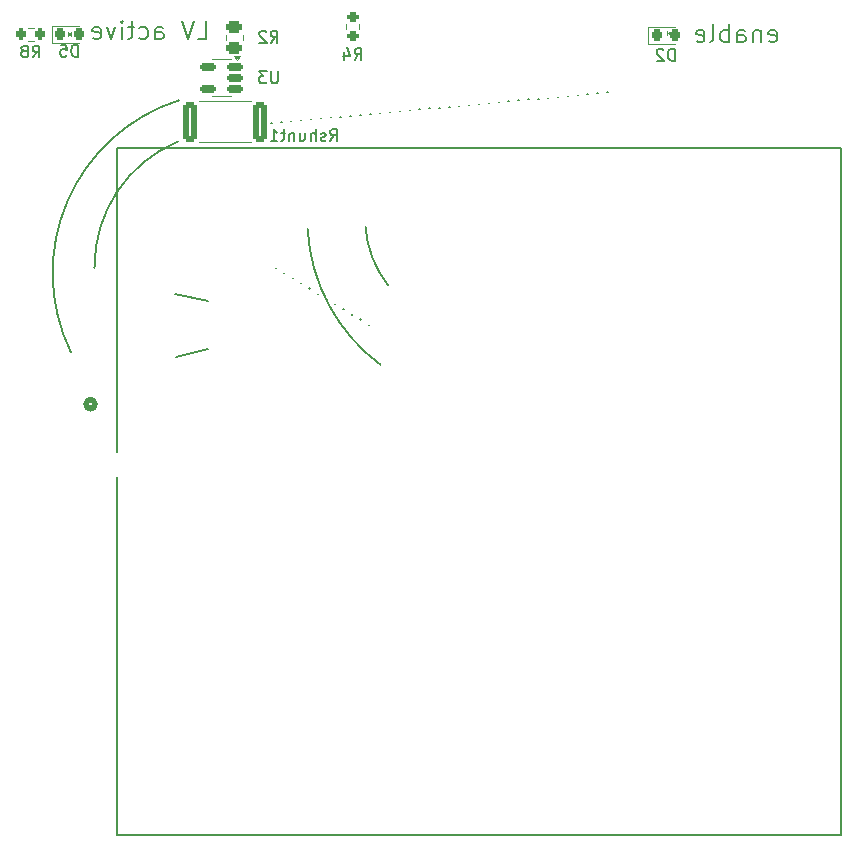
<source format=gbr>
%TF.GenerationSoftware,KiCad,Pcbnew,9.0.0*%
%TF.CreationDate,2025-05-02T12:02:38+02:00*%
%TF.ProjectId,TDK_DCDC_pcb,54444b5f-4443-4444-935f-7063622e6b69,rev?*%
%TF.SameCoordinates,Original*%
%TF.FileFunction,Legend,Bot*%
%TF.FilePolarity,Positive*%
%FSLAX46Y46*%
G04 Gerber Fmt 4.6, Leading zero omitted, Abs format (unit mm)*
G04 Created by KiCad (PCBNEW 9.0.0) date 2025-05-02 12:02:38*
%MOMM*%
%LPD*%
G01*
G04 APERTURE LIST*
G04 Aperture macros list*
%AMRoundRect*
0 Rectangle with rounded corners*
0 $1 Rounding radius*
0 $2 $3 $4 $5 $6 $7 $8 $9 X,Y pos of 4 corners*
0 Add a 4 corners polygon primitive as box body*
4,1,4,$2,$3,$4,$5,$6,$7,$8,$9,$2,$3,0*
0 Add four circle primitives for the rounded corners*
1,1,$1+$1,$2,$3*
1,1,$1+$1,$4,$5*
1,1,$1+$1,$6,$7*
1,1,$1+$1,$8,$9*
0 Add four rect primitives between the rounded corners*
20,1,$1+$1,$2,$3,$4,$5,0*
20,1,$1+$1,$4,$5,$6,$7,0*
20,1,$1+$1,$6,$7,$8,$9,0*
20,1,$1+$1,$8,$9,$2,$3,0*%
%AMRotRect*
0 Rectangle, with rotation*
0 The origin of the aperture is its center*
0 $1 length*
0 $2 width*
0 $3 Rotation angle, in degrees counterclockwise*
0 Add horizontal line*
21,1,$1,$2,0,0,$3*%
G04 Aperture macros list end*
%ADD10C,0.200000*%
%ADD11C,0.100000*%
%ADD12C,0.187500*%
%ADD13C,0.150000*%
%ADD14C,0.508000*%
%ADD15C,0.120000*%
%ADD16C,0.152400*%
%ADD17C,1.500000*%
%ADD18R,2.400000X2.400000*%
%ADD19C,2.400000*%
%ADD20RotRect,2.000000X2.000000X225.000000*%
%ADD21C,2.000000*%
%ADD22RotRect,2.535000X2.535000X315.000000*%
%ADD23C,2.535000*%
%ADD24R,2.000000X2.000000*%
%ADD25C,2.540000*%
%ADD26C,3.048000*%
%ADD27C,2.362200*%
%ADD28RoundRect,0.200000X0.200000X0.275000X-0.200000X0.275000X-0.200000X-0.275000X0.200000X-0.275000X0*%
%ADD29RoundRect,0.218750X-0.218750X-0.256250X0.218750X-0.256250X0.218750X0.256250X-0.218750X0.256250X0*%
%ADD30RoundRect,0.250000X0.450000X-0.262500X0.450000X0.262500X-0.450000X0.262500X-0.450000X-0.262500X0*%
%ADD31RoundRect,0.200000X-0.275000X0.200000X-0.275000X-0.200000X0.275000X-0.200000X0.275000X0.200000X0*%
%ADD32C,7.400000*%
%ADD33R,1.752600X1.752600*%
%ADD34R,2.768600X2.768600*%
%ADD35RoundRect,0.150000X0.512500X0.150000X-0.512500X0.150000X-0.512500X-0.150000X0.512500X-0.150000X0*%
%ADD36RoundRect,0.250000X0.362500X1.425000X-0.362500X1.425000X-0.362500X-1.425000X0.362500X-1.425000X0*%
G04 APERTURE END LIST*
D10*
X111650000Y-83241658D02*
G75*
G02*
X118700006Y-72584192I11471800J71858D01*
G01*
D11*
X160090000Y-63380000D02*
X160090000Y-63180000D01*
X109370000Y-63290000D02*
X109370000Y-63670000D01*
D10*
X135900000Y-91500000D02*
G75*
G02*
X129694475Y-80000001I9115300J12343000D01*
G01*
D11*
X160330000Y-63280000D02*
X160320000Y-63460000D01*
X109450000Y-63490000D02*
X109670000Y-63300000D01*
X109370000Y-63490000D02*
X109370000Y-63290000D01*
D10*
X121270000Y-86110000D02*
X118470000Y-85510000D01*
D11*
X109670000Y-63490000D02*
X109450000Y-63490000D01*
X160170000Y-63380000D02*
X160390000Y-63570000D01*
D10*
X155100000Y-68400000D02*
X155060165Y-68403628D01*
X154263462Y-68476182D02*
X154223627Y-68479810D01*
X153426923Y-68552364D02*
X153387088Y-68555992D01*
X152590385Y-68628546D02*
X152550550Y-68632174D01*
X151753847Y-68704728D02*
X151714012Y-68708356D01*
X150917309Y-68780911D02*
X150877473Y-68784538D01*
X150080770Y-68857093D02*
X150040935Y-68860720D01*
X149244232Y-68933275D02*
X149204397Y-68936903D01*
X148407694Y-69009457D02*
X148367859Y-69013085D01*
X147571156Y-69085639D02*
X147531320Y-69089267D01*
X146734617Y-69161821D02*
X146694782Y-69165449D01*
X145898079Y-69238003D02*
X145858244Y-69241631D01*
X145061541Y-69314185D02*
X145021706Y-69317813D01*
X144225002Y-69390368D02*
X144185167Y-69393995D01*
X143388464Y-69466550D02*
X143348629Y-69470177D01*
X142551926Y-69542732D02*
X142512091Y-69546360D01*
X141715388Y-69618914D02*
X141675552Y-69622542D01*
X140878849Y-69695096D02*
X140839014Y-69698724D01*
X140042311Y-69771278D02*
X140002476Y-69774906D01*
X139205773Y-69847460D02*
X139165938Y-69851088D01*
X138369235Y-69923642D02*
X138329399Y-69927270D01*
X137532696Y-69999825D02*
X137492861Y-70003452D01*
X136696158Y-70076007D02*
X136656323Y-70079634D01*
X135859620Y-70152189D02*
X135819785Y-70155816D01*
X135023081Y-70228371D02*
X134983246Y-70231999D01*
X134186543Y-70304553D02*
X134146708Y-70308181D01*
X133350005Y-70380735D02*
X133310170Y-70384363D01*
X132513467Y-70456917D02*
X132473631Y-70460545D01*
X131676928Y-70533099D02*
X131637093Y-70536727D01*
X130840390Y-70609281D02*
X130800555Y-70612909D01*
X130003852Y-70685464D02*
X129964017Y-70689091D01*
X129167313Y-70761646D02*
X129127478Y-70765273D01*
X128330775Y-70837828D02*
X128290940Y-70841456D01*
X127494237Y-70914010D02*
X127454402Y-70917638D01*
X126657699Y-70990192D02*
X126617864Y-70993820D01*
X121260000Y-90115000D02*
X118580000Y-90790000D01*
X136500000Y-84730314D02*
G75*
G02*
X134599976Y-79806997I6991600J5526514D01*
G01*
D11*
X160170000Y-63380000D02*
X160390000Y-63190000D01*
X109610000Y-63390000D02*
X109600000Y-63570000D01*
X109450000Y-63490000D02*
X109670000Y-63680000D01*
X160090000Y-63180000D02*
X160090000Y-63560000D01*
X160390000Y-63380000D02*
X160170000Y-63380000D01*
D10*
X134900000Y-88100000D02*
X134865890Y-88079107D01*
X134183691Y-87661250D02*
X134149581Y-87640357D01*
X133467382Y-87222500D02*
X133433272Y-87201607D01*
X132751073Y-86783750D02*
X132716963Y-86762857D01*
X132034764Y-86345000D02*
X132000654Y-86324107D01*
X131318455Y-85906250D02*
X131284346Y-85885357D01*
X130602147Y-85467500D02*
X130568037Y-85446607D01*
X129885838Y-85028750D02*
X129851728Y-85007857D01*
X129169529Y-84590000D02*
X129135419Y-84569107D01*
X128453220Y-84151250D02*
X128419110Y-84130357D01*
X127736911Y-83712500D02*
X127702801Y-83691607D01*
X127020602Y-83273750D02*
X126986492Y-83252857D01*
D11*
X160390000Y-63570000D02*
X160390000Y-63190000D01*
D10*
X109650000Y-90410000D02*
G75*
G02*
X118799999Y-69084173I13796460J6706380D01*
G01*
D11*
X109670000Y-63680000D02*
X109670000Y-63300000D01*
D12*
X120385216Y-63896678D02*
X121099502Y-63896678D01*
X121099502Y-63896678D02*
X121099502Y-62396678D01*
X120099501Y-62396678D02*
X119599501Y-63896678D01*
X119599501Y-63896678D02*
X119099501Y-62396678D01*
X116813788Y-63896678D02*
X116813788Y-63110964D01*
X116813788Y-63110964D02*
X116885216Y-62968107D01*
X116885216Y-62968107D02*
X117028073Y-62896678D01*
X117028073Y-62896678D02*
X117313788Y-62896678D01*
X117313788Y-62896678D02*
X117456645Y-62968107D01*
X116813788Y-63825250D02*
X116956645Y-63896678D01*
X116956645Y-63896678D02*
X117313788Y-63896678D01*
X117313788Y-63896678D02*
X117456645Y-63825250D01*
X117456645Y-63825250D02*
X117528073Y-63682392D01*
X117528073Y-63682392D02*
X117528073Y-63539535D01*
X117528073Y-63539535D02*
X117456645Y-63396678D01*
X117456645Y-63396678D02*
X117313788Y-63325250D01*
X117313788Y-63325250D02*
X116956645Y-63325250D01*
X116956645Y-63325250D02*
X116813788Y-63253821D01*
X115456645Y-63825250D02*
X115599502Y-63896678D01*
X115599502Y-63896678D02*
X115885216Y-63896678D01*
X115885216Y-63896678D02*
X116028073Y-63825250D01*
X116028073Y-63825250D02*
X116099502Y-63753821D01*
X116099502Y-63753821D02*
X116170930Y-63610964D01*
X116170930Y-63610964D02*
X116170930Y-63182392D01*
X116170930Y-63182392D02*
X116099502Y-63039535D01*
X116099502Y-63039535D02*
X116028073Y-62968107D01*
X116028073Y-62968107D02*
X115885216Y-62896678D01*
X115885216Y-62896678D02*
X115599502Y-62896678D01*
X115599502Y-62896678D02*
X115456645Y-62968107D01*
X115028073Y-62896678D02*
X114456645Y-62896678D01*
X114813788Y-62396678D02*
X114813788Y-63682392D01*
X114813788Y-63682392D02*
X114742359Y-63825250D01*
X114742359Y-63825250D02*
X114599502Y-63896678D01*
X114599502Y-63896678D02*
X114456645Y-63896678D01*
X113956645Y-63896678D02*
X113956645Y-62896678D01*
X113956645Y-62396678D02*
X114028073Y-62468107D01*
X114028073Y-62468107D02*
X113956645Y-62539535D01*
X113956645Y-62539535D02*
X113885216Y-62468107D01*
X113885216Y-62468107D02*
X113956645Y-62396678D01*
X113956645Y-62396678D02*
X113956645Y-62539535D01*
X113385216Y-62896678D02*
X113028073Y-63896678D01*
X113028073Y-63896678D02*
X112670930Y-62896678D01*
X111528073Y-63825250D02*
X111670930Y-63896678D01*
X111670930Y-63896678D02*
X111956645Y-63896678D01*
X111956645Y-63896678D02*
X112099502Y-63825250D01*
X112099502Y-63825250D02*
X112170930Y-63682392D01*
X112170930Y-63682392D02*
X112170930Y-63110964D01*
X112170930Y-63110964D02*
X112099502Y-62968107D01*
X112099502Y-62968107D02*
X111956645Y-62896678D01*
X111956645Y-62896678D02*
X111670930Y-62896678D01*
X111670930Y-62896678D02*
X111528073Y-62968107D01*
X111528073Y-62968107D02*
X111456645Y-63110964D01*
X111456645Y-63110964D02*
X111456645Y-63253821D01*
X111456645Y-63253821D02*
X112170930Y-63396678D01*
X168788073Y-64079250D02*
X168930930Y-64150678D01*
X168930930Y-64150678D02*
X169216645Y-64150678D01*
X169216645Y-64150678D02*
X169359502Y-64079250D01*
X169359502Y-64079250D02*
X169430930Y-63936392D01*
X169430930Y-63936392D02*
X169430930Y-63364964D01*
X169430930Y-63364964D02*
X169359502Y-63222107D01*
X169359502Y-63222107D02*
X169216645Y-63150678D01*
X169216645Y-63150678D02*
X168930930Y-63150678D01*
X168930930Y-63150678D02*
X168788073Y-63222107D01*
X168788073Y-63222107D02*
X168716645Y-63364964D01*
X168716645Y-63364964D02*
X168716645Y-63507821D01*
X168716645Y-63507821D02*
X169430930Y-63650678D01*
X168073788Y-63150678D02*
X168073788Y-64150678D01*
X168073788Y-63293535D02*
X168002359Y-63222107D01*
X168002359Y-63222107D02*
X167859502Y-63150678D01*
X167859502Y-63150678D02*
X167645216Y-63150678D01*
X167645216Y-63150678D02*
X167502359Y-63222107D01*
X167502359Y-63222107D02*
X167430931Y-63364964D01*
X167430931Y-63364964D02*
X167430931Y-64150678D01*
X166073788Y-64150678D02*
X166073788Y-63364964D01*
X166073788Y-63364964D02*
X166145216Y-63222107D01*
X166145216Y-63222107D02*
X166288073Y-63150678D01*
X166288073Y-63150678D02*
X166573788Y-63150678D01*
X166573788Y-63150678D02*
X166716645Y-63222107D01*
X166073788Y-64079250D02*
X166216645Y-64150678D01*
X166216645Y-64150678D02*
X166573788Y-64150678D01*
X166573788Y-64150678D02*
X166716645Y-64079250D01*
X166716645Y-64079250D02*
X166788073Y-63936392D01*
X166788073Y-63936392D02*
X166788073Y-63793535D01*
X166788073Y-63793535D02*
X166716645Y-63650678D01*
X166716645Y-63650678D02*
X166573788Y-63579250D01*
X166573788Y-63579250D02*
X166216645Y-63579250D01*
X166216645Y-63579250D02*
X166073788Y-63507821D01*
X165359502Y-64150678D02*
X165359502Y-62650678D01*
X165359502Y-63222107D02*
X165216645Y-63150678D01*
X165216645Y-63150678D02*
X164930930Y-63150678D01*
X164930930Y-63150678D02*
X164788073Y-63222107D01*
X164788073Y-63222107D02*
X164716645Y-63293535D01*
X164716645Y-63293535D02*
X164645216Y-63436392D01*
X164645216Y-63436392D02*
X164645216Y-63864964D01*
X164645216Y-63864964D02*
X164716645Y-64007821D01*
X164716645Y-64007821D02*
X164788073Y-64079250D01*
X164788073Y-64079250D02*
X164930930Y-64150678D01*
X164930930Y-64150678D02*
X165216645Y-64150678D01*
X165216645Y-64150678D02*
X165359502Y-64079250D01*
X163788073Y-64150678D02*
X163930930Y-64079250D01*
X163930930Y-64079250D02*
X164002359Y-63936392D01*
X164002359Y-63936392D02*
X164002359Y-62650678D01*
X162645216Y-64079250D02*
X162788073Y-64150678D01*
X162788073Y-64150678D02*
X163073788Y-64150678D01*
X163073788Y-64150678D02*
X163216645Y-64079250D01*
X163216645Y-64079250D02*
X163288073Y-63936392D01*
X163288073Y-63936392D02*
X163288073Y-63364964D01*
X163288073Y-63364964D02*
X163216645Y-63222107D01*
X163216645Y-63222107D02*
X163073788Y-63150678D01*
X163073788Y-63150678D02*
X162788073Y-63150678D01*
X162788073Y-63150678D02*
X162645216Y-63222107D01*
X162645216Y-63222107D02*
X162573788Y-63364964D01*
X162573788Y-63364964D02*
X162573788Y-63507821D01*
X162573788Y-63507821D02*
X163288073Y-63650678D01*
D13*
X106416666Y-65454819D02*
X106749999Y-64978628D01*
X106988094Y-65454819D02*
X106988094Y-64454819D01*
X106988094Y-64454819D02*
X106607142Y-64454819D01*
X106607142Y-64454819D02*
X106511904Y-64502438D01*
X106511904Y-64502438D02*
X106464285Y-64550057D01*
X106464285Y-64550057D02*
X106416666Y-64645295D01*
X106416666Y-64645295D02*
X106416666Y-64788152D01*
X106416666Y-64788152D02*
X106464285Y-64883390D01*
X106464285Y-64883390D02*
X106511904Y-64931009D01*
X106511904Y-64931009D02*
X106607142Y-64978628D01*
X106607142Y-64978628D02*
X106988094Y-64978628D01*
X105845237Y-64883390D02*
X105940475Y-64835771D01*
X105940475Y-64835771D02*
X105988094Y-64788152D01*
X105988094Y-64788152D02*
X106035713Y-64692914D01*
X106035713Y-64692914D02*
X106035713Y-64645295D01*
X106035713Y-64645295D02*
X105988094Y-64550057D01*
X105988094Y-64550057D02*
X105940475Y-64502438D01*
X105940475Y-64502438D02*
X105845237Y-64454819D01*
X105845237Y-64454819D02*
X105654761Y-64454819D01*
X105654761Y-64454819D02*
X105559523Y-64502438D01*
X105559523Y-64502438D02*
X105511904Y-64550057D01*
X105511904Y-64550057D02*
X105464285Y-64645295D01*
X105464285Y-64645295D02*
X105464285Y-64692914D01*
X105464285Y-64692914D02*
X105511904Y-64788152D01*
X105511904Y-64788152D02*
X105559523Y-64835771D01*
X105559523Y-64835771D02*
X105654761Y-64883390D01*
X105654761Y-64883390D02*
X105845237Y-64883390D01*
X105845237Y-64883390D02*
X105940475Y-64931009D01*
X105940475Y-64931009D02*
X105988094Y-64978628D01*
X105988094Y-64978628D02*
X106035713Y-65073866D01*
X106035713Y-65073866D02*
X106035713Y-65264342D01*
X106035713Y-65264342D02*
X105988094Y-65359580D01*
X105988094Y-65359580D02*
X105940475Y-65407200D01*
X105940475Y-65407200D02*
X105845237Y-65454819D01*
X105845237Y-65454819D02*
X105654761Y-65454819D01*
X105654761Y-65454819D02*
X105559523Y-65407200D01*
X105559523Y-65407200D02*
X105511904Y-65359580D01*
X105511904Y-65359580D02*
X105464285Y-65264342D01*
X105464285Y-65264342D02*
X105464285Y-65073866D01*
X105464285Y-65073866D02*
X105511904Y-64978628D01*
X105511904Y-64978628D02*
X105559523Y-64931009D01*
X105559523Y-64931009D02*
X105654761Y-64883390D01*
X160768094Y-65714819D02*
X160768094Y-64714819D01*
X160768094Y-64714819D02*
X160529999Y-64714819D01*
X160529999Y-64714819D02*
X160387142Y-64762438D01*
X160387142Y-64762438D02*
X160291904Y-64857676D01*
X160291904Y-64857676D02*
X160244285Y-64952914D01*
X160244285Y-64952914D02*
X160196666Y-65143390D01*
X160196666Y-65143390D02*
X160196666Y-65286247D01*
X160196666Y-65286247D02*
X160244285Y-65476723D01*
X160244285Y-65476723D02*
X160291904Y-65571961D01*
X160291904Y-65571961D02*
X160387142Y-65667200D01*
X160387142Y-65667200D02*
X160529999Y-65714819D01*
X160529999Y-65714819D02*
X160768094Y-65714819D01*
X159815713Y-64810057D02*
X159768094Y-64762438D01*
X159768094Y-64762438D02*
X159672856Y-64714819D01*
X159672856Y-64714819D02*
X159434761Y-64714819D01*
X159434761Y-64714819D02*
X159339523Y-64762438D01*
X159339523Y-64762438D02*
X159291904Y-64810057D01*
X159291904Y-64810057D02*
X159244285Y-64905295D01*
X159244285Y-64905295D02*
X159244285Y-65000533D01*
X159244285Y-65000533D02*
X159291904Y-65143390D01*
X159291904Y-65143390D02*
X159863332Y-65714819D01*
X159863332Y-65714819D02*
X159244285Y-65714819D01*
X126572666Y-64204819D02*
X126905999Y-63728628D01*
X127144094Y-64204819D02*
X127144094Y-63204819D01*
X127144094Y-63204819D02*
X126763142Y-63204819D01*
X126763142Y-63204819D02*
X126667904Y-63252438D01*
X126667904Y-63252438D02*
X126620285Y-63300057D01*
X126620285Y-63300057D02*
X126572666Y-63395295D01*
X126572666Y-63395295D02*
X126572666Y-63538152D01*
X126572666Y-63538152D02*
X126620285Y-63633390D01*
X126620285Y-63633390D02*
X126667904Y-63681009D01*
X126667904Y-63681009D02*
X126763142Y-63728628D01*
X126763142Y-63728628D02*
X127144094Y-63728628D01*
X126191713Y-63300057D02*
X126144094Y-63252438D01*
X126144094Y-63252438D02*
X126048856Y-63204819D01*
X126048856Y-63204819D02*
X125810761Y-63204819D01*
X125810761Y-63204819D02*
X125715523Y-63252438D01*
X125715523Y-63252438D02*
X125667904Y-63300057D01*
X125667904Y-63300057D02*
X125620285Y-63395295D01*
X125620285Y-63395295D02*
X125620285Y-63490533D01*
X125620285Y-63490533D02*
X125667904Y-63633390D01*
X125667904Y-63633390D02*
X126239332Y-64204819D01*
X126239332Y-64204819D02*
X125620285Y-64204819D01*
X133666666Y-65654819D02*
X133999999Y-65178628D01*
X134238094Y-65654819D02*
X134238094Y-64654819D01*
X134238094Y-64654819D02*
X133857142Y-64654819D01*
X133857142Y-64654819D02*
X133761904Y-64702438D01*
X133761904Y-64702438D02*
X133714285Y-64750057D01*
X133714285Y-64750057D02*
X133666666Y-64845295D01*
X133666666Y-64845295D02*
X133666666Y-64988152D01*
X133666666Y-64988152D02*
X133714285Y-65083390D01*
X133714285Y-65083390D02*
X133761904Y-65131009D01*
X133761904Y-65131009D02*
X133857142Y-65178628D01*
X133857142Y-65178628D02*
X134238094Y-65178628D01*
X132809523Y-64988152D02*
X132809523Y-65654819D01*
X133047618Y-64607200D02*
X133285713Y-65321485D01*
X133285713Y-65321485D02*
X132666666Y-65321485D01*
X127167904Y-66634819D02*
X127167904Y-67444342D01*
X127167904Y-67444342D02*
X127120285Y-67539580D01*
X127120285Y-67539580D02*
X127072666Y-67587200D01*
X127072666Y-67587200D02*
X126977428Y-67634819D01*
X126977428Y-67634819D02*
X126786952Y-67634819D01*
X126786952Y-67634819D02*
X126691714Y-67587200D01*
X126691714Y-67587200D02*
X126644095Y-67539580D01*
X126644095Y-67539580D02*
X126596476Y-67444342D01*
X126596476Y-67444342D02*
X126596476Y-66634819D01*
X126215523Y-66634819D02*
X125596476Y-66634819D01*
X125596476Y-66634819D02*
X125929809Y-67015771D01*
X125929809Y-67015771D02*
X125786952Y-67015771D01*
X125786952Y-67015771D02*
X125691714Y-67063390D01*
X125691714Y-67063390D02*
X125644095Y-67111009D01*
X125644095Y-67111009D02*
X125596476Y-67206247D01*
X125596476Y-67206247D02*
X125596476Y-67444342D01*
X125596476Y-67444342D02*
X125644095Y-67539580D01*
X125644095Y-67539580D02*
X125691714Y-67587200D01*
X125691714Y-67587200D02*
X125786952Y-67634819D01*
X125786952Y-67634819D02*
X126072666Y-67634819D01*
X126072666Y-67634819D02*
X126167904Y-67587200D01*
X126167904Y-67587200D02*
X126215523Y-67539580D01*
X131614286Y-72524819D02*
X131947619Y-72048628D01*
X132185714Y-72524819D02*
X132185714Y-71524819D01*
X132185714Y-71524819D02*
X131804762Y-71524819D01*
X131804762Y-71524819D02*
X131709524Y-71572438D01*
X131709524Y-71572438D02*
X131661905Y-71620057D01*
X131661905Y-71620057D02*
X131614286Y-71715295D01*
X131614286Y-71715295D02*
X131614286Y-71858152D01*
X131614286Y-71858152D02*
X131661905Y-71953390D01*
X131661905Y-71953390D02*
X131709524Y-72001009D01*
X131709524Y-72001009D02*
X131804762Y-72048628D01*
X131804762Y-72048628D02*
X132185714Y-72048628D01*
X131233333Y-72477200D02*
X131138095Y-72524819D01*
X131138095Y-72524819D02*
X130947619Y-72524819D01*
X130947619Y-72524819D02*
X130852381Y-72477200D01*
X130852381Y-72477200D02*
X130804762Y-72381961D01*
X130804762Y-72381961D02*
X130804762Y-72334342D01*
X130804762Y-72334342D02*
X130852381Y-72239104D01*
X130852381Y-72239104D02*
X130947619Y-72191485D01*
X130947619Y-72191485D02*
X131090476Y-72191485D01*
X131090476Y-72191485D02*
X131185714Y-72143866D01*
X131185714Y-72143866D02*
X131233333Y-72048628D01*
X131233333Y-72048628D02*
X131233333Y-72001009D01*
X131233333Y-72001009D02*
X131185714Y-71905771D01*
X131185714Y-71905771D02*
X131090476Y-71858152D01*
X131090476Y-71858152D02*
X130947619Y-71858152D01*
X130947619Y-71858152D02*
X130852381Y-71905771D01*
X130376190Y-72524819D02*
X130376190Y-71524819D01*
X129947619Y-72524819D02*
X129947619Y-72001009D01*
X129947619Y-72001009D02*
X129995238Y-71905771D01*
X129995238Y-71905771D02*
X130090476Y-71858152D01*
X130090476Y-71858152D02*
X130233333Y-71858152D01*
X130233333Y-71858152D02*
X130328571Y-71905771D01*
X130328571Y-71905771D02*
X130376190Y-71953390D01*
X129042857Y-71858152D02*
X129042857Y-72524819D01*
X129471428Y-71858152D02*
X129471428Y-72381961D01*
X129471428Y-72381961D02*
X129423809Y-72477200D01*
X129423809Y-72477200D02*
X129328571Y-72524819D01*
X129328571Y-72524819D02*
X129185714Y-72524819D01*
X129185714Y-72524819D02*
X129090476Y-72477200D01*
X129090476Y-72477200D02*
X129042857Y-72429580D01*
X128566666Y-71858152D02*
X128566666Y-72524819D01*
X128566666Y-71953390D02*
X128519047Y-71905771D01*
X128519047Y-71905771D02*
X128423809Y-71858152D01*
X128423809Y-71858152D02*
X128280952Y-71858152D01*
X128280952Y-71858152D02*
X128185714Y-71905771D01*
X128185714Y-71905771D02*
X128138095Y-72001009D01*
X128138095Y-72001009D02*
X128138095Y-72524819D01*
X127804761Y-71858152D02*
X127423809Y-71858152D01*
X127661904Y-71524819D02*
X127661904Y-72381961D01*
X127661904Y-72381961D02*
X127614285Y-72477200D01*
X127614285Y-72477200D02*
X127519047Y-72524819D01*
X127519047Y-72524819D02*
X127423809Y-72524819D01*
X126566666Y-72524819D02*
X127138094Y-72524819D01*
X126852380Y-72524819D02*
X126852380Y-71524819D01*
X126852380Y-71524819D02*
X126947618Y-71667676D01*
X126947618Y-71667676D02*
X127042856Y-71762914D01*
X127042856Y-71762914D02*
X127138094Y-71810533D01*
X110250593Y-65384819D02*
X110250593Y-64384819D01*
X110250593Y-64384819D02*
X110012498Y-64384819D01*
X110012498Y-64384819D02*
X109869641Y-64432438D01*
X109869641Y-64432438D02*
X109774403Y-64527676D01*
X109774403Y-64527676D02*
X109726784Y-64622914D01*
X109726784Y-64622914D02*
X109679165Y-64813390D01*
X109679165Y-64813390D02*
X109679165Y-64956247D01*
X109679165Y-64956247D02*
X109726784Y-65146723D01*
X109726784Y-65146723D02*
X109774403Y-65241961D01*
X109774403Y-65241961D02*
X109869641Y-65337200D01*
X109869641Y-65337200D02*
X110012498Y-65384819D01*
X110012498Y-65384819D02*
X110250593Y-65384819D01*
X108774403Y-64384819D02*
X109250593Y-64384819D01*
X109250593Y-64384819D02*
X109298212Y-64861009D01*
X109298212Y-64861009D02*
X109250593Y-64813390D01*
X109250593Y-64813390D02*
X109155355Y-64765771D01*
X109155355Y-64765771D02*
X108917260Y-64765771D01*
X108917260Y-64765771D02*
X108822022Y-64813390D01*
X108822022Y-64813390D02*
X108774403Y-64861009D01*
X108774403Y-64861009D02*
X108726784Y-64956247D01*
X108726784Y-64956247D02*
X108726784Y-65194342D01*
X108726784Y-65194342D02*
X108774403Y-65289580D01*
X108774403Y-65289580D02*
X108822022Y-65337200D01*
X108822022Y-65337200D02*
X108917260Y-65384819D01*
X108917260Y-65384819D02*
X109155355Y-65384819D01*
X109155355Y-65384819D02*
X109250593Y-65337200D01*
X109250593Y-65337200D02*
X109298212Y-65289580D01*
D14*
%TO.C,LV_out1*%
X111691001Y-94811800D02*
G75*
G02*
X110929001Y-94811800I-381000J0D01*
G01*
X110929001Y-94811800D02*
G75*
G02*
X111691001Y-94811800I381000J0D01*
G01*
D15*
%TO.C,R8*%
X106012742Y-62977500D02*
X106487258Y-62977500D01*
X106012742Y-64022500D02*
X106487258Y-64022500D01*
%TO.C,D2*%
X158545000Y-62855000D02*
X158545000Y-64325000D01*
X158545000Y-64325000D02*
X160830000Y-64325000D01*
X160830000Y-62855000D02*
X158545000Y-62855000D01*
%TO.C,R2*%
X122765000Y-63522936D02*
X122765000Y-63977064D01*
X124235000Y-63522936D02*
X124235000Y-63977064D01*
%TO.C,R4*%
X132977500Y-62587742D02*
X132977500Y-63062258D01*
X134022500Y-62587742D02*
X134022500Y-63062258D01*
D16*
%TO.C,U1*%
X113563011Y-73096998D02*
X113563011Y-131262998D01*
X113563011Y-131262998D02*
X174827811Y-131262998D01*
X174827811Y-73096998D02*
X113563011Y-73096998D01*
X174827811Y-131262998D02*
X174827811Y-73096998D01*
D15*
%TO.C,U3*%
X121600000Y-65624177D02*
X122400000Y-65624176D01*
X121600000Y-68744177D02*
X122400000Y-68744178D01*
X123200000Y-65624177D02*
X122400000Y-65624176D01*
X123200000Y-68744177D02*
X122400000Y-68744178D01*
X123700000Y-65674177D02*
X123460000Y-65344177D01*
X123940000Y-65344177D01*
X123700000Y-65674177D01*
G36*
X123700000Y-65674177D02*
G01*
X123460000Y-65344177D01*
X123940000Y-65344177D01*
X123700000Y-65674177D01*
G37*
%TO.C,Rshunt1*%
X120522936Y-69174177D02*
X124877064Y-69174177D01*
X120522936Y-72594177D02*
X124877064Y-72594177D01*
%TO.C,D5*%
X108027499Y-62765000D02*
X108027499Y-64235000D01*
X108027499Y-64235000D02*
X110312499Y-64235000D01*
X110312499Y-62765000D02*
X108027499Y-62765000D01*
%TD*%
%LPC*%
D17*
%TO.C,C3*%
X130766058Y-113762876D03*
X137837126Y-120833944D03*
%TD*%
D18*
%TO.C,C1*%
X151679369Y-120000968D03*
D19*
X151679369Y-115000968D03*
%TD*%
D20*
%TO.C,C10*%
X109411454Y-72292233D03*
D21*
X105875920Y-75827767D03*
%TD*%
D19*
%TO.C,C6*%
X164679369Y-120000968D03*
X164679369Y-115000968D03*
%TD*%
D17*
%TO.C,C2*%
X145000000Y-113500000D03*
X137928932Y-106428932D03*
%TD*%
D22*
%TO.C,Q1*%
X157848278Y-98758400D03*
D23*
X161694939Y-102605061D03*
X165541600Y-106451722D03*
%TD*%
D24*
%TO.C,C9*%
X149410000Y-88430000D03*
D21*
X144410000Y-88430000D03*
%TD*%
D25*
%TO.C,HV_in1*%
X183634999Y-97560000D03*
X183634999Y-107860000D03*
%TD*%
D24*
%TO.C,C11*%
X113632323Y-100000000D03*
D21*
X118632323Y-100000000D03*
%TD*%
D24*
%TO.C,C8*%
X160520000Y-82612324D03*
D21*
X160520000Y-87612324D03*
%TD*%
D24*
%TO.C,D1*%
X172805000Y-122710000D03*
D21*
X172805000Y-127789999D03*
%TD*%
D19*
%TO.C,F2*%
X136460000Y-89675000D03*
D18*
X136460000Y-86275000D03*
D19*
X122990000Y-89675000D03*
X122990000Y-86275000D03*
%TD*%
D26*
%TO.C,LV_out1*%
X104010000Y-88030000D03*
D27*
X111310001Y-90880002D03*
X111310001Y-85179999D03*
X116810001Y-90880002D03*
X116810000Y-85179998D03*
%TD*%
D28*
%TO.C,R8*%
X107075000Y-63500000D03*
X105425000Y-63500000D03*
%TD*%
D29*
%TO.C,D2*%
X159242499Y-63590000D03*
X160817501Y-63590000D03*
%TD*%
D30*
%TO.C,R2*%
X123500000Y-64662500D03*
X123500000Y-62837500D03*
%TD*%
D31*
%TO.C,R4*%
X133500000Y-62000000D03*
X133500000Y-63650000D03*
%TD*%
D32*
%TO.C,U1*%
X118790000Y-126330000D03*
X118790000Y-78029995D03*
X169590000Y-78029995D03*
D33*
X135300000Y-126330000D03*
X144190000Y-126330000D03*
X153080000Y-126330000D03*
D34*
X130220000Y-78030000D03*
X135300000Y-78030000D03*
D33*
X140380000Y-78030000D03*
X144190000Y-78030000D03*
X148000000Y-78030000D03*
D34*
X153080000Y-78030000D03*
X158160000Y-78030000D03*
%TD*%
D35*
%TO.C,U3*%
X123537500Y-66234178D03*
X123537500Y-67184177D03*
X123537500Y-68134176D03*
X121262500Y-68134176D03*
X121262500Y-66234178D03*
%TD*%
D36*
%TO.C,Rshunt1*%
X125662500Y-70884177D03*
X119737500Y-70884177D03*
%TD*%
D29*
%TO.C,D5*%
X108724998Y-63500000D03*
X110300000Y-63500000D03*
%TD*%
%LPD*%
M02*

</source>
